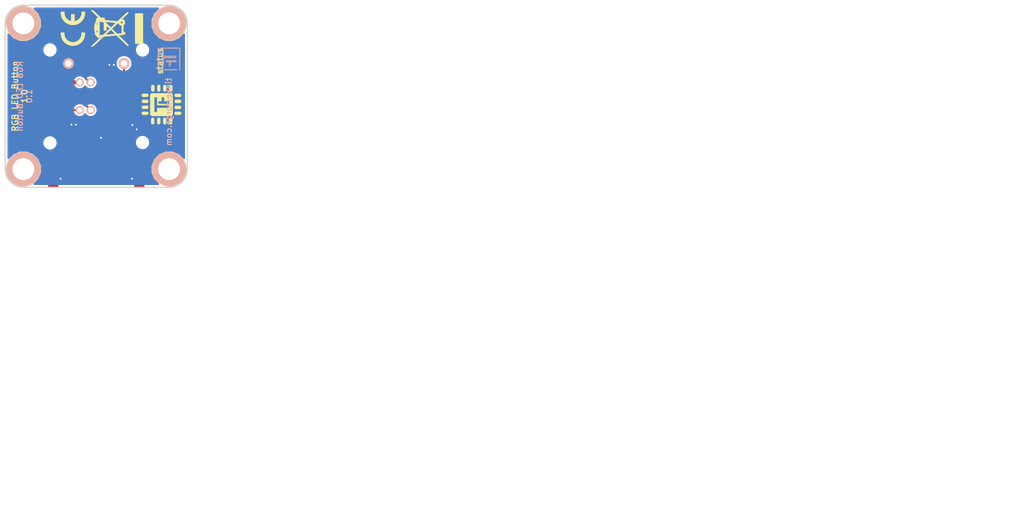
<source format=kicad_pcb>
(kicad_pcb (version 4) (host pcbnew 4.0.7-e2-6376~58~ubuntu17.04.1)
  (title_block (title "RGB Button Bricklet") (date 2017-05-08) (rev 1.0) (company "Tinkerforge GmbH") (comment 1 "Licensed under CERN OHL v.1.1") (comment 2 "Copyright (©) 2017, L.Lauer <lukas@tinkerforge.com>"))
  (layers (0 F.Cu signal) (31 B.Cu signal hide) (34 B.Paste user) (35 F.Paste user) (36 B.SilkS user) (37 F.SilkS user) (38 B.Mask user) (39 F.Mask user) (44 Edge.Cuts user))
  (net 0 "")
  (net 1 GND)
  (net 2 VCC)
  (net 3 S-MISO)
  (net 4 S-MOSI)
  (net 5 S-CLK)
  (net 6 S-CS)
  (net 7 P1.2_HO)
  (net 8 P1.1_HO)
  (net 9 P1.0_HO)
  (net 10 PinSwitch)
  (net 11 "Net-(R2-Pad2)")
  (net 12 "Net-(R3-Pad2)")
  (net 13 "Net-(P2-Pad2)")
  (net 14 "Net-(P1-Pad4)")
  (net 15 "Net-(P1-Pad5)")
  (net 16 "Net-(P1-Pad6)")
  (net 17 "Net-(C1-Pad1)")
  (net 18 "Net-(D1-Pad2)")
  (net 19 "Net-(R1-Pad1)")
  (net 20 "Net-(R4-Pad2)")
  (module kicad-libraries:Logo_CoMCU (layer F.Cu) (at 160.65 103.55 90)
    (fp_text reference G*** hide)
    (fp_text value LOGO hide)
  )
  (module kicad-libraries:R0603F (layer F.Cu) (at 157.7 99.2 270)
    (fp_text reference R1)
    (fp_text value 1k)
    (pad 1 smd rect (at -0.75 0 270) (size 0.9 0.9) (layers F.Cu F.Paste F.Mask) (net 19 "Net-(R1-Pad1)"))
    (pad 2 smd rect (at 0.75 0 270) (size 0.9 0.9) (layers F.Cu F.Paste F.Mask) (net 18 "Net-(D1-Pad2)"))
  )
  (module kicad-libraries:CON-SENSOR2 (layer F.Cu) (at 151.7 114.9)
    (fp_text reference P1)
    (fp_text value CON-SENSOR)
    (pad 1 smd rect (at -3.75 -4.6) (size 0.6 1.8) (layers F.Cu F.Paste F.Mask))
    (pad 2 smd rect (at -2.5 -4.6) (size 0.6 1.8) (layers F.Cu F.Paste F.Mask) (net 1 GND))
    (pad EP smd rect (at -5.9 -1.2) (size 1.4 2.4) (layers F.Cu F.Paste F.Mask) (net 1 GND))
    (pad EP smd rect (at 5.9 -1.2) (size 1.4 2.4) (layers F.Cu F.Paste F.Mask) (net 1 GND))
    (pad 3 smd rect (at -1.25 -4.6) (size 0.6 1.8) (layers F.Cu F.Paste F.Mask) (net 2 VCC))
    (pad 4 smd rect (at 0 -4.6) (size 0.6 1.8) (layers F.Cu F.Paste F.Mask) (net 14 "Net-(P1-Pad4)"))
    (pad 5 smd rect (at 1.25 -4.6) (size 0.6 1.8) (layers F.Cu F.Paste F.Mask) (net 15 "Net-(P1-Pad5)"))
    (pad 6 smd rect (at 2.5 -4.6) (size 0.6 1.8) (layers F.Cu F.Paste F.Mask) (net 16 "Net-(P1-Pad6)"))
    (pad 7 smd rect (at 3.75 -4.6) (size 0.6 1.8) (layers F.Cu F.Paste F.Mask) (net 17 "Net-(C1-Pad1)"))
  )
  (module kicad-libraries:SolderJumper (layer F.Cu) (at 152.35 107.1 90)
    (fp_text reference P2)
    (fp_text value Boot)
    (pad 2 smd rect (at 0.55 0 90) (size 0.3 1.4) (layers F.Cu F.Mask) (net 13 "Net-(P2-Pad2)"))
    (pad 2 smd rect (at 0.15 0 90) (size 0.6 0.5) (layers F.Cu F.Mask) (net 13 "Net-(P2-Pad2)"))
    (pad 1 smd rect (at -0.5 0 90) (size 0.4 1.4) (layers F.Cu F.Mask) (net 1 GND))
    (pad 1 smd rect (at -0.225 0.55 90) (size 0.95 0.3) (layers F.Cu F.Mask) (net 1 GND))
    (pad 1 smd rect (at -0.225 -0.55 90) (size 0.95 0.3) (layers F.Cu F.Mask) (net 1 GND))
  )
  (module kicad-libraries:QFN24-4x4mm-0.5mm (layer F.Cu) (at 154.4 102.6 180)
    (fp_text reference U1)
    (fp_text value XMC1XXX24)
    (pad 1 smd oval (at -2.025 -1.25 180) (size 1 0.3) (layers F.Cu F.Paste F.Mask) (net 3 S-MISO))
    (pad 2 smd oval (at -2.025 -0.75 180) (size 1 0.3) (layers F.Cu F.Paste F.Mask))
    (pad 3 smd oval (at -2.025 -0.25 180) (size 1 0.3) (layers F.Cu F.Paste F.Mask))
    (pad 4 smd oval (at -2.025 0.25 180) (size 1 0.3) (layers F.Cu F.Paste F.Mask))
    (pad 5 smd oval (at -2.025 0.75 180) (size 1 0.3) (layers F.Cu F.Paste F.Mask))
    (pad 6 smd oval (at -2.025 1.25 180) (size 1 0.3) (layers F.Cu F.Paste F.Mask))
    (pad 7 smd oval (at -1.25 2.025 270) (size 1 0.3) (layers F.Cu F.Paste F.Mask) (net 19 "Net-(R1-Pad1)"))
    (pad 8 smd oval (at -0.75 2.025 270) (size 1 0.3) (layers F.Cu F.Paste F.Mask) (net 10 PinSwitch))
    (pad 9 smd oval (at -0.25 2.025 270) (size 1 0.3) (layers F.Cu F.Paste F.Mask) (net 1 GND))
    (pad 10 smd oval (at 0.25 2.025 270) (size 1 0.3) (layers F.Cu F.Paste F.Mask) (net 2 VCC))
    (pad 11 smd oval (at 0.75 2.025 270) (size 1 0.3) (layers F.Cu F.Paste F.Mask))
    (pad 12 smd oval (at 1.25 2.025 270) (size 1 0.3) (layers F.Cu F.Paste F.Mask) (net 7 P1.2_HO))
    (pad 13 smd oval (at 2.025 1.25 180) (size 1 0.3) (layers F.Cu F.Paste F.Mask) (net 8 P1.1_HO))
    (pad 14 smd oval (at 2.025 0.75 180) (size 1 0.3) (layers F.Cu F.Paste F.Mask) (net 9 P1.0_HO))
    (pad 15 smd oval (at 2.025 0.25 180) (size 1 0.3) (layers F.Cu F.Paste F.Mask))
    (pad 16 smd oval (at 2.025 -0.25 180) (size 1 0.3) (layers F.Cu F.Paste F.Mask))
    (pad 17 smd oval (at 2.025 -0.75 180) (size 1 0.3) (layers F.Cu F.Paste F.Mask))
    (pad 18 smd oval (at 2.025 -1.25 180) (size 1 0.3) (layers F.Cu F.Paste F.Mask))
    (pad 19 smd oval (at 1.25 -2.025 270) (size 1 0.3) (layers F.Cu F.Paste F.Mask))
    (pad 20 smd oval (at 0.75 -2.025 270) (size 1 0.3) (layers F.Cu F.Paste F.Mask))
    (pad 21 smd oval (at 0.25 -2.025 270) (size 1 0.3) (layers F.Cu F.Paste F.Mask) (net 13 "Net-(P2-Pad2)"))
    (pad 22 smd oval (at -0.25 -2.025 270) (size 1 0.3) (layers F.Cu F.Paste F.Mask) (net 6 S-CS))
    (pad 23 smd oval (at -0.75 -2.025 270) (size 1 0.3) (layers F.Cu F.Paste F.Mask) (net 5 S-CLK))
    (pad 24 smd oval (at -1.25 -2.025 270) (size 1 0.3) (layers F.Cu F.Paste F.Mask) (net 4 S-MOSI))
    (pad EXP smd rect (at 0.65 0.65 180) (size 1.3 1.3) (layers F.Cu F.Paste F.Mask) (net 1 GND))
    (pad EXP smd rect (at 0.65 -0.65 180) (size 1.3 1.3) (layers F.Cu F.Paste F.Mask) (net 1 GND))
    (pad EXP smd rect (at -0.65 0.65 180) (size 1.3 1.3) (layers F.Cu F.Paste F.Mask) (net 1 GND))
    (pad EXP smd rect (at -0.65 -0.65 180) (size 1.3 1.3) (layers F.Cu F.Paste F.Mask) (net 1 GND))
  )
  (module kicad-libraries:DRILL_NP (layer F.Cu) (at 141.7 92.4)
    (fp_text reference U2 hide)
    (fp_text value DRILL hide)
    (pad "" np_thru_hole circle (at 0 0) (size 2.99974 2.99974) (drill 2.99974) (layers *.Cu *.Mask F.SilkS) (clearance 0.89916))
  )
  (module kicad-libraries:DRILL_NP (layer F.Cu) (at 161.7 92.4)
    (fp_text reference U3 hide)
    (fp_text value DRILL hide)
    (pad "" np_thru_hole circle (at 0 0) (size 2.99974 2.99974) (drill 2.99974) (layers *.Cu *.Mask F.SilkS) (clearance 0.89916))
  )
  (module kicad-libraries:DRILL_NP (layer F.Cu) (at 141.7 112.4)
    (fp_text reference U4 hide)
    (fp_text value DRILL hide)
    (pad "" np_thru_hole circle (at 0 0) (size 2.99974 2.99974) (drill 2.99974) (layers *.Cu *.Mask F.SilkS) (clearance 0.89916))
  )
  (module kicad-libraries:DRILL_NP (layer F.Cu) (at 161.7 112.4)
    (fp_text reference U5 hide)
    (fp_text value DRILL hide)
    (pad "" np_thru_hole circle (at 0 0) (size 2.99974 2.99974) (drill 2.99974) (layers *.Cu *.Mask F.SilkS) (clearance 0.89916))
  )
  (module kicad-libraries:Fiducial_Mark (layer F.Cu) (at 145.7 91.9)
    (fp_text reference Fiducial_Mark hide)
    (fp_text value VAL** hide)
    (pad 1 smd circle (at 0 0) (size 1.00076 1.00076) (layers F.Cu F.Paste F.Mask) (clearance 0.65024))
  )
  (module kicad-libraries:Fiducial_Mark (layer F.Cu) (at 142.7 107.9)
    (fp_text reference Fiducial_Mark hide)
    (fp_text value VAL** hide)
    (pad 1 smd circle (at 0 0) (size 1.00076 1.00076) (layers F.Cu F.Paste F.Mask) (clearance 0.65024))
  )
  (module kicad-libraries:Fiducial_Mark (layer F.Cu) (at 160.7 107.9)
    (fp_text reference Fiducial_Mark hide)
    (fp_text value VAL** hide)
    (pad 1 smd circle (at 0 0) (size 1.00076 1.00076) (layers F.Cu F.Paste F.Mask) (clearance 0.65024))
  )
  (module kicad-libraries:Logo_31x31 (layer B.Cu) (at 160.1 95.7 270)
    (fp_text reference G*** hide)
    (fp_text value Logo_31x31 hide)
  )
  (module kicad-libraries:WEEE_7mm (layer F.Cu) (at 154.55 93.1 90)
    (fp_text reference G*** hide)
    (fp_text value LOGO hide)
  )
  (module kicad-libraries:CE_5mm (layer F.Cu) (at 148.5 93.1 90)
    (fp_text reference VAL hide)
    (fp_text value CE_5mm hide)
  )
  (module C0402E (layer F.Cu) (at 156.55 107.6 90)
    (fp_text reference C1)
    (fp_text value 220pF)
    (pad 1 smd rect (at -0.65 0 90) (size 0.7 0.9) (layers F.Cu F.Paste F.Mask) (net 17 "Net-(C1-Pad1)"))
    (pad 2 smd rect (at 0.65 0 90) (size 0.7 0.9) (layers F.Cu F.Paste F.Mask) (net 1 GND))
  )
  (module kicad-libraries:D0603F (layer F.Cu) (at 159.1 99.2 270)
    (fp_text reference D1)
    (fp_text value blue)
    (pad 1 smd rect (at -0.75 0 270) (size 0.9 0.9) (layers F.Cu F.Paste F.Mask) (net 2 VCC))
    (pad 2 smd rect (at 0.75 0 270) (size 0.9 0.9) (layers F.Cu F.Paste F.Mask) (net 18 "Net-(D1-Pad2)"))
  )
  (module R0603F (layer F.Cu) (at 150.2 98.9 180)
    (fp_text reference R2)
    (fp_text value 15)
    (pad 1 smd rect (at -0.75 0 180) (size 0.9 0.9) (layers F.Cu F.Paste F.Mask) (net 7 P1.2_HO))
    (pad 2 smd rect (at 0.75 0 180) (size 0.9 0.9) (layers F.Cu F.Paste F.Mask) (net 11 "Net-(R2-Pad2)"))
  )
  (module R0603F (layer F.Cu) (at 147.9 102.6 270)
    (fp_text reference R3)
    (fp_text value 68)
    (pad 1 smd rect (at -0.75 0 270) (size 0.9 0.9) (layers F.Cu F.Paste F.Mask) (net 8 P1.1_HO))
    (pad 2 smd rect (at 0.75 0 270) (size 0.9 0.9) (layers F.Cu F.Paste F.Mask) (net 12 "Net-(R3-Pad2)"))
  )
  (module R0603F (layer F.Cu) (at 146.5 102.6 270)
    (fp_text reference R4)
    (fp_text value 15)
    (pad 1 smd rect (at -0.75 0 270) (size 0.9 0.9) (layers F.Cu F.Paste F.Mask) (net 9 P1.0_HO))
    (pad 2 smd rect (at 0.75 0 270) (size 0.9 0.9) (layers F.Cu F.Paste F.Mask) (net 20 "Net-(R4-Pad2)"))
  )
  (module 4X0402 (layer F.Cu) (at 154.75 107.6)
    (fp_text reference RP1)
    (fp_text value 82)
    (pad 1 smd rect (at -0.7493 0.575 180) (size 0.29972 0.65) (layers F.Cu F.Paste F.Mask) (net 14 "Net-(P1-Pad4)"))
    (pad 2 smd rect (at -0.24892 0.575 180) (size 0.29972 0.65) (layers F.Cu F.Paste F.Mask) (net 15 "Net-(P1-Pad5)"))
    (pad 3 smd rect (at 0.24892 0.575 180) (size 0.29972 0.65) (layers F.Cu F.Paste F.Mask) (net 16 "Net-(P1-Pad6)"))
    (pad 4 smd rect (at 0.7493 0.575 180) (size 0.29972 0.65) (layers F.Cu F.Paste F.Mask) (net 17 "Net-(C1-Pad1)"))
    (pad 5 smd rect (at 0.7493 -0.575) (size 0.29972 0.65) (layers F.Cu F.Paste F.Mask) (net 3 S-MISO))
    (pad 6 smd rect (at 0.24892 -0.575) (size 0.29972 0.65) (layers F.Cu F.Paste F.Mask) (net 4 S-MOSI))
    (pad 7 smd rect (at -0.24892 -0.575) (size 0.29972 0.65) (layers F.Cu F.Paste F.Mask) (net 5 S-CLK))
    (pad 8 smd rect (at -0.7493 -0.575) (size 0.29972 0.65) (layers F.Cu F.Paste F.Mask) (net 6 S-CS))
  )
  (module kicad-libraries:C0603F (layer F.Cu) (at 149.4 107)
    (fp_text reference C2)
    (fp_text value 1uF)
    (pad 1 smd rect (at -0.75 0) (size 0.9 0.9) (layers F.Cu F.Paste F.Mask) (net 1 GND))
    (pad 2 smd rect (at 0.75 0) (size 0.9 0.9) (layers F.Cu F.Paste F.Mask) (net 2 VCC))
  )
  (module kicad-libraries:C0603F (layer F.Cu) (at 153.2 98.9 180)
    (fp_text reference C3)
    (fp_text value 10uF)
    (pad 1 smd rect (at -0.75 0 180) (size 0.9 0.9) (layers F.Cu F.Paste F.Mask) (net 1 GND))
    (pad 2 smd rect (at 0.75 0 180) (size 0.9 0.9) (layers F.Cu F.Paste F.Mask) (net 2 VCC))
  )
  (module kicad-libraries:C0603F (layer F.Cu) (at 149.4 108.4)
    (fp_text reference C4)
    (fp_text value 100nF)
    (pad 1 smd rect (at -0.75 0) (size 0.9 0.9) (layers F.Cu F.Paste F.Mask) (net 1 GND))
    (pad 2 smd rect (at 0.75 0) (size 0.9 0.9) (layers F.Cu F.Paste F.Mask) (net 2 VCC))
  )
  (module kicad-libraries:RGB_SWITCH_AD (layer B.Cu) (at 151.7 102.4)
    (fp_text reference SW1)
    (fp_text value RGB_SWITCH_AD)
    (pad "" np_thru_hole circle (at -6.35 6.4) (size 1.35 1.35) (drill 1.35) (layers *.Cu *.Mask B.SilkS))
    (pad "" np_thru_hole circle (at 6.35 6.35) (size 1.35 1.35) (drill 1.35) (layers *.Cu *.Mask B.SilkS))
    (pad "" np_thru_hole circle (at 6.35 -6.35) (size 1.35 1.35) (drill 1.35) (layers *.Cu *.Mask B.SilkS))
    (pad "" np_thru_hole circle (at -6.35 -6.35) (size 1.35 1.35) (drill 1.35) (layers *.Cu *.Mask B.SilkS))
    (pad 1 thru_hole circle (at 3.81 -4.5) (size 1.5 1.5) (drill 0.9) (layers *.Cu *.Mask B.SilkS) (net 10 PinSwitch))
    (pad 2 thru_hole circle (at -3.81 -4.5) (size 1.5 1.5) (drill 0.9) (layers *.Cu *.Mask B.SilkS) (net 1 GND))
    (pad G2 thru_hole circle (at -2.28 1.9) (size 1.1 1.1) (drill 0.7) (layers *.Cu *.Mask B.SilkS) (net 20 "Net-(R4-Pad2)"))
    (pad R2 thru_hole circle (at -0.76 1.9) (size 1.1 1.1) (drill 0.7) (layers *.Cu *.Mask B.SilkS) (net 12 "Net-(R3-Pad2)"))
    (pad C2 thru_hole circle (at -2.28 -1.91) (size 1.1 1.1) (drill 0.7) (layers *.Cu *.Mask B.SilkS) (net 2 VCC))
    (pad B2 thru_hole circle (at -0.76 -1.91) (size 1.1 1.1) (drill 0.7) (layers *.Cu *.Mask B.SilkS) (net 11 "Net-(R2-Pad2)"))
  )
  (gr_text status (at 160.45 97.55 90) (layer F.SilkS) (effects (font (size 0.8 0.8))))
  (gr_text "RGB LED Button\n1.0" (at 141.85 102.4 90) (layer B.SilkS) (effects (font (size 0.8 0.8)) (justify mirror)))
  (gr_line (start 139.2 112.4) (end 139.2 92.4) (angle 90) (layer Edge.Cuts) (width 0.15))
  (gr_line (start 164.2 92.4) (end 164.2 112.4) (angle 90) (layer Edge.Cuts) (width 0.15))
  (gr_text "RGB LED Button\n1.0" (at 141.2 102.4 90) (layer F.SilkS) (effects (font (size 0.8 0.8))))
  (gr_text tinkerforge.com (at 161.65 104.55 90) (layer B.SilkS) (effects (font (size 0.8 0.8)) (justify mirror)))
  (gr_line (start 141.7 114.9) (end 161.7 114.9) (angle 90) (layer Edge.Cuts) (width 0.15))
  (gr_line (start 161.7 89.9) (end 141.7 89.9) (angle 90) (layer Edge.Cuts) (width 0.15))
  (gr_arc (start 141.7 92.4) (end 139.2 92.4) (angle 90) (layer Edge.Cuts) (width 0.15))
  (gr_arc (start 161.7 92.4) (end 161.7 89.9) (angle 90) (layer Edge.Cuts) (width 0.15))
  (gr_arc (start 161.7 112.4) (end 164.2 112.4) (angle 90) (layer Edge.Cuts) (width 0.15))
  (gr_arc (start 141.7 112.4) (end 141.7 114.9) (angle 90) (layer Edge.Cuts) (width 0.15))
  (segment (start 157.6 113.7) (end 156.6 113.7) (width 0.5) (layer F.Cu) (net 1))
  (via (at 156.6 113.7) (size 0.55) (drill 0.25) (layers F.Cu B.Cu) (net 1))
  (segment (start 145.8 113.7) (end 146.8 113.7) (width 0.5) (layer F.Cu) (net 1))
  (via (at 146.8 113.7) (size 0.55) (drill 0.25) (layers F.Cu B.Cu) (net 1))
  (segment (start 156.55 106.95) (end 157.25 106.95) (width 0.5) (layer F.Cu) (net 1))
  (via (at 157.25 106.95) (size 0.55) (drill 0.25) (layers F.Cu B.Cu) (net 1))
  (segment (start 156.55 106.95) (end 156.55 106.45) (width 0.5) (layer F.Cu) (net 1))
  (via (at 156.65 106.35) (size 0.55) (drill 0.25) (layers F.Cu B.Cu) (net 1))
  (segment (start 156.55 106.45) (end 156.65 106.35) (width 0.5) (layer F.Cu) (net 1))
  (segment (start 151.8 107.325) (end 151.8 107.6) (width 0.3) (layer F.Cu) (net 1))
  (segment (start 151.8 107.6) (end 152.35 107.6) (width 0.3) (layer F.Cu) (net 1))
  (segment (start 152.9 107.325) (end 152.9 107.6) (width 0.3) (layer F.Cu) (net 1))
  (segment (start 152.9 107.6) (end 152.35 107.6) (width 0.3) (layer F.Cu) (net 1))
  (segment (start 152.35 107.6) (end 152.35 108.1) (width 0.3) (layer F.Cu) (net 1))
  (via (at 152.35 108.1) (size 0.55) (drill 0.25) (layers F.Cu B.Cu) (net 1))
  (segment (start 153.5 98.1) (end 154.1 98.1) (width 0.5) (layer F.Cu) (net 1))
  (segment (start 153.95 98.25) (end 154.1 98.1) (width 0.5) (layer F.Cu) (net 1))
  (via (at 154.1 98.1) (size 0.55) (drill 0.25) (layers F.Cu B.Cu) (net 1))
  (segment (start 153.95 98.9) (end 153.95 98.25) (width 0.5) (layer F.Cu) (net 1))
  (segment (start 153.6 98.1) (end 153.5 98.1) (width 0.4) (layer F.Cu) (net 1))
  (via (at 153.5 98.1) (size 0.55) (drill 0.25) (layers F.Cu B.Cu) (net 1))
  (segment (start 153.6 98.1) (end 153.95 98.45) (width 0.5) (layer F.Cu) (net 1))
  (segment (start 148.65 107) (end 148.65 106.65) (width 0.5) (layer F.Cu) (net 1))
  (segment (start 148.65 106.65) (end 148.3 106.3) (width 0.5) (layer F.Cu) (net 1))
  (via (at 148.3 106.3) (size 0.55) (drill 0.25) (layers F.Cu B.Cu) (net 1))
  (segment (start 148.65 107) (end 148.65 106.55) (width 0.5) (layer F.Cu) (net 1))
  (segment (start 148.65 106.55) (end 148.9 106.3) (width 0.5) (layer F.Cu) (net 1))
  (via (at 148.9 106.3) (size 0.55) (drill 0.25) (layers F.Cu B.Cu) (net 1))
  (segment (start 148.65 108.4) (end 148.65 107) (width 0.5) (layer F.Cu) (net 1))
  (segment (start 149.2 110.3) (end 149.2 109.5) (width 0.5) (layer F.Cu) (net 1))
  (segment (start 149.2 109.5) (end 148.65 108.95) (width 0.5) (layer F.Cu) (net 1))
  (segment (start 148.65 108.95) (end 148.65 108.4) (width 0.5) (layer F.Cu) (net 1))
  (segment (start 153.75 101.95) (end 153.75 103.25) (width 0.25) (layer F.Cu) (net 1))
  (segment (start 155.05 101.95) (end 153.75 101.95) (width 0.25) (layer F.Cu) (net 1))
  (segment (start 155.05 103.25) (end 155.05 101.95) (width 0.25) (layer F.Cu) (net 1))
  (segment (start 154.65 100.575) (end 154.65 101.55) (width 0.25) (layer F.Cu) (net 1))
  (segment (start 154.65 101.55) (end 155.05 101.95) (width 0.25) (layer F.Cu) (net 1))
  (segment (start 154.65 100.575) (end 154.65 99.95) (width 0.25) (layer F.Cu) (net 1))
  (segment (start 154.65 99.95) (end 153.95 99.25) (width 0.25) (layer F.Cu) (net 1))
  (segment (start 149.42 100.49) (end 146.34 100.49) (width 0.5) (layer F.Cu) (net 2))
  (segment (start 146.35 100.5) (end 145.2 99.35) (width 0.5) (layer F.Cu) (net 2))
  (segment (start 146.34 100.49) (end 146.35 100.5) (width 0.5) (layer F.Cu) (net 2))
  (segment (start 152.5 97.9) (end 152.5 98.85) (width 0.5) (layer F.Cu) (net 2))
  (segment (start 152.5 98.85) (end 152.45 98.9) (width 0.5) (layer F.Cu) (net 2))
  (segment (start 150.15 107) (end 150.15 106.35) (width 0.5) (layer F.Cu) (net 2))
  (segment (start 152.5 97.9) (end 152.45 97.9) (width 0.5) (layer F.Cu) (net 2))
  (segment (start 151.1 96.5) (end 152.5 97.9) (width 0.5) (layer F.Cu) (net 2))
  (segment (start 147 96.5) (end 151.1 96.5) (width 0.5) (layer F.Cu) (net 2))
  (segment (start 145.2 98.3) (end 147 96.5) (width 0.5) (layer F.Cu) (net 2))
  (segment (start 150.15 106.35) (end 149.3 105.5) (width 0.5) (layer F.Cu) (net 2))
  (segment (start 159.1 98.45) (end 159.1 97.8) (width 0.25) (layer F.Cu) (net 2))
  (segment (start 159.1 97.8) (end 158.7 97.4) (width 0.25) (layer F.Cu) (net 2))
  (segment (start 158.7 97.4) (end 157.2 97.4) (width 0.25) (layer F.Cu) (net 2))
  (segment (start 157.2 97.4) (end 156.5 96.7) (width 0.25) (layer F.Cu) (net 2))
  (segment (start 156.5 96.7) (end 153.7 96.7) (width 0.25) (layer F.Cu) (net 2))
  (segment (start 153.7 96.7) (end 152.45 97.95) (width 0.25) (layer F.Cu) (net 2))
  (segment (start 152.45 97.95) (end 152.45 97.9) (width 0.25) (layer F.Cu) (net 2))
  (segment (start 152.45 97.9) (end 152.45 98.9) (width 0.25) (layer F.Cu) (net 2))
  (segment (start 150.15 108.4) (end 150.15 107) (width 0.5) (layer F.Cu) (net 2))
  (segment (start 150.45 110.3) (end 150.45 109.35) (width 0.5) (layer F.Cu) (net 2))
  (segment (start 150.15 109.05) (end 150.15 108.4) (width 0.5) (layer F.Cu) (net 2))
  (segment (start 150.45 109.35) (end 150.15 109.05) (width 0.5) (layer F.Cu) (net 2))
  (segment (start 154.15 100.575) (end 154.15 100.05) (width 0.25) (layer F.Cu) (net 2))
  (segment (start 152.9 99.7) (end 152.45 99.25) (width 0.25) (layer F.Cu) (net 2))
  (segment (start 153.8 99.7) (end 152.9 99.7) (width 0.25) (layer F.Cu) (net 2))
  (segment (start 154.15 100.05) (end 153.8 99.7) (width 0.25) (layer F.Cu) (net 2))
  (segment (start 152.45 99.25) (end 152.45 98.9) (width 0.25) (layer F.Cu) (net 2))
  (segment (start 145.2 99.35) (end 145.2 98.3) (width 0.5) (layer F.Cu) (net 2))
  (segment (start 149.3 105.5) (end 146.3 105.5) (width 0.5) (layer F.Cu) (net 2))
  (segment (start 145.2 104.4) (end 145.2 99.35) (width 0.5) (layer F.Cu) (net 2))
  (segment (start 146.3 105.5) (end 145.2 104.4) (width 0.5) (layer F.Cu) (net 2))
  (segment (start 155.4993 107.025) (end 155.4993 106.7007) (width 0.25) (layer F.Cu) (net 3))
  (segment (start 155.4993 106.7007) (end 156.3 105.9) (width 0.25) (layer F.Cu) (net 3))
  (segment (start 156.3 105.9) (end 156.3 103.975) (width 0.25) (layer F.Cu) (net 3))
  (segment (start 156.3 103.975) (end 156.425 103.85) (width 0.25) (layer F.Cu) (net 3))
  (segment (start 155.65 104.625) (end 155.65 105.85) (width 0.25) (layer F.Cu) (net 4))
  (segment (start 154.99892 106.50108) (end 154.99892 107.025) (width 0.25) (layer F.Cu) (net 4))
  (segment (start 155.65 105.85) (end 154.99892 106.50108) (width 0.25) (layer F.Cu) (net 4))
  (segment (start 154.50108 107.025) (end 154.50108 106.39892) (width 0.25) (layer F.Cu) (net 5))
  (segment (start 155.15 105.75) (end 155.15 104.625) (width 0.25) (layer F.Cu) (net 5))
  (segment (start 154.50108 106.39892) (end 155.15 105.75) (width 0.25) (layer F.Cu) (net 5))
  (segment (start 154.65 104.625) (end 154.65 105.55) (width 0.25) (layer F.Cu) (net 6))
  (segment (start 154.0007 106.1993) (end 154.0007 107.025) (width 0.25) (layer F.Cu) (net 6))
  (segment (start 154.65 105.55) (end 154.0007 106.1993) (width 0.25) (layer F.Cu) (net 6))
  (segment (start 153.15 100.575) (end 152.375 100.575) (width 0.25) (layer F.Cu) (net 7))
  (segment (start 152.375 100.575) (end 150.95 99.15) (width 0.25) (layer F.Cu) (net 7))
  (segment (start 150.95 99.15) (end 150.95 98.9) (width 0.25) (layer F.Cu) (net 7))
  (segment (start 152.375 101.35) (end 151.45 101.35) (width 0.25) (layer F.Cu) (net 8))
  (segment (start 150.7 102.1) (end 148.15 102.1) (width 0.25) (layer F.Cu) (net 8))
  (segment (start 151.45 101.35) (end 150.7 102.1) (width 0.25) (layer F.Cu) (net 8))
  (segment (start 148.15 102.1) (end 147.9 101.85) (width 0.25) (layer F.Cu) (net 8))
  (segment (start 152.375 101.85) (end 151.85 101.85) (width 0.25) (layer F.Cu) (net 9))
  (segment (start 146.9 102.6) (end 146.5 102.2) (width 0.25) (layer F.Cu) (net 9))
  (segment (start 151.1 102.6) (end 146.9 102.6) (width 0.25) (layer F.Cu) (net 9))
  (segment (start 151.85 101.85) (end 151.1 102.6) (width 0.25) (layer F.Cu) (net 9))
  (segment (start 146.5 102.2) (end 146.5 101.85) (width 0.25) (layer F.Cu) (net 9))
  (segment (start 146.5 101.85) (end 146.5 102.1) (width 0.25) (layer F.Cu) (net 9))
  (segment (start 155.15 100.575) (end 155.15 99.65) (width 0.25) (layer F.Cu) (net 10))
  (segment (start 155.51 99.29) (end 155.51 97.9) (width 0.25) (layer F.Cu) (net 10))
  (segment (start 155.15 99.65) (end 155.51 99.29) (width 0.25) (layer F.Cu) (net 10))
  (segment (start 150.94 100.49) (end 150.79 100.49) (width 0.25) (layer F.Cu) (net 11))
  (segment (start 150.79 100.49) (end 149.45 99.15) (width 0.25) (layer F.Cu) (net 11))
  (segment (start 149.45 99.15) (end 149.45 98.9) (width 0.25) (layer F.Cu) (net 11))
  (segment (start 149.42 98.93) (end 149.45 98.9) (width 0.25) (layer F.Cu) (net 11))
  (segment (start 150.94 100.49) (end 150.94 100.56) (width 0.5) (layer F.Cu) (net 11))
  (segment (start 149.99 103.35) (end 150.94 104.3) (width 0.25) (layer F.Cu) (net 12))
  (segment (start 147.9 103.35) (end 149.99 103.35) (width 0.25) (layer F.Cu) (net 12))
  (segment (start 152.35 106.95) (end 152.35 106.55) (width 0.2) (layer F.Cu) (net 13))
  (segment (start 154.15 104.625) (end 154.15 105.2) (width 0.25) (layer F.Cu) (net 13))
  (segment (start 152.35 106) (end 152.35 106.55) (width 0.25) (layer F.Cu) (net 13))
  (segment (start 152.55 105.8) (end 152.35 106) (width 0.25) (layer F.Cu) (net 13))
  (segment (start 153.55 105.8) (end 152.55 105.8) (width 0.25) (layer F.Cu) (net 13))
  (segment (start 154.15 105.2) (end 153.55 105.8) (width 0.25) (layer F.Cu) (net 13))
  (segment (start 154.0007 108.175) (end 154.0007 108.4493) (width 0.25) (layer F.Cu) (net 14))
  (segment (start 154.0007 108.4493) (end 153.8 108.65) (width 0.25) (layer F.Cu) (net 14))
  (segment (start 153.8 108.65) (end 152.45 108.65) (width 0.25) (layer F.Cu) (net 14))
  (segment (start 152.45 108.65) (end 151.7 109.4) (width 0.25) (layer F.Cu) (net 14))
  (segment (start 151.7 109.4) (end 151.7 110.3) (width 0.25) (layer F.Cu) (net 14))
  (segment (start 151.7 109.6) (end 151.7 110.3) (width 0.2) (layer F.Cu) (net 14))
  (segment (start 154.50108 108.175) (end 154.50108 108.64892) (width 0.25) (layer F.Cu) (net 15))
  (segment (start 152.95 109.55) (end 152.95 110.3) (width 0.25) (layer F.Cu) (net 15))
  (segment (start 153.4 109.1) (end 152.95 109.55) (width 0.25) (layer F.Cu) (net 15))
  (segment (start 154.05 109.1) (end 153.4 109.1) (width 0.25) (layer F.Cu) (net 15))
  (segment (start 154.50108 108.64892) (end 154.05 109.1) (width 0.25) (layer F.Cu) (net 15))
  (segment (start 154.99892 108.175) (end 154.99892 108.85108) (width 0.25) (layer F.Cu) (net 16))
  (segment (start 154.99892 108.85108) (end 154.2 109.65) (width 0.25) (layer F.Cu) (net 16))
  (segment (start 154.2 109.65) (end 154.2 110.3) (width 0.25) (layer F.Cu) (net 16))
  (segment (start 155.45 110.3) (end 155.45 109.55) (width 0.25) (layer F.Cu) (net 17))
  (segment (start 155.45 109.55) (end 156.55 108.45) (width 0.25) (layer F.Cu) (net 17))
  (segment (start 156.55 108.45) (end 156.55 108.25) (width 0.25) (layer F.Cu) (net 17))
  (segment (start 155.4993 108.175) (end 156.475 108.175) (width 0.25) (layer F.Cu) (net 17))
  (segment (start 156.475 108.175) (end 156.55 108.25) (width 0.25) (layer F.Cu) (net 17))
  (segment (start 157.7 99.95) (end 159.1 99.95) (width 0.25) (layer F.Cu) (net 18))
  (segment (start 155.65 100.575) (end 155.65 100.15) (width 0.25) (layer F.Cu) (net 19))
  (segment (start 156.95 98.45) (end 157.7 98.45) (width 0.25) (layer F.Cu) (net 19))
  (segment (start 156.5 98.9) (end 156.95 98.45) (width 0.25) (layer F.Cu) (net 19))
  (segment (start 156.5 99.3) (end 156.5 98.9) (width 0.25) (layer F.Cu) (net 19))
  (segment (start 155.65 100.15) (end 156.5 99.3) (width 0.25) (layer F.Cu) (net 19))
  (segment (start 146.5 103.35) (end 146.5 103.9) (width 0.25) (layer F.Cu) (net 20))
  (segment (start 146.9 104.3) (end 149.42 104.3) (width 0.25) (layer F.Cu) (net 20))
  (segment (start 146.5 103.9) (end 146.9 104.3) (width 0.25) (layer F.Cu) (net 20))
  (zone (net 1) (net_name GND) (layer B.Cu) (connect_pads yes (clearance 0.25)) (min_thickness 0.22) (fill yes (arc_segments 16) (thermal_gap 0.25) (thermal_bridge_width 0.25))
    (polygon (pts (xy 164.2 114.9) (xy 139.2 114.9) (xy 139.2 89.9) (xy 164.2 89.9)))
  )
)
</source>
